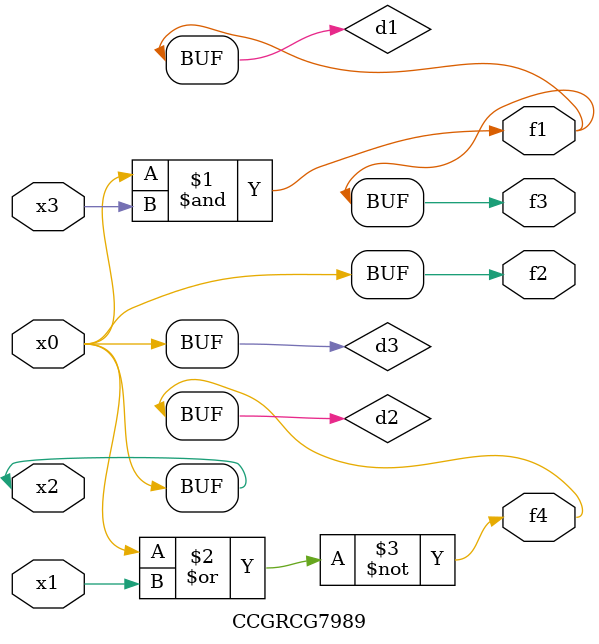
<source format=v>
module CCGRCG7989(
	input x0, x1, x2, x3,
	output f1, f2, f3, f4
);

	wire d1, d2, d3;

	and (d1, x2, x3);
	nor (d2, x0, x1);
	buf (d3, x0, x2);
	assign f1 = d1;
	assign f2 = d3;
	assign f3 = d1;
	assign f4 = d2;
endmodule

</source>
